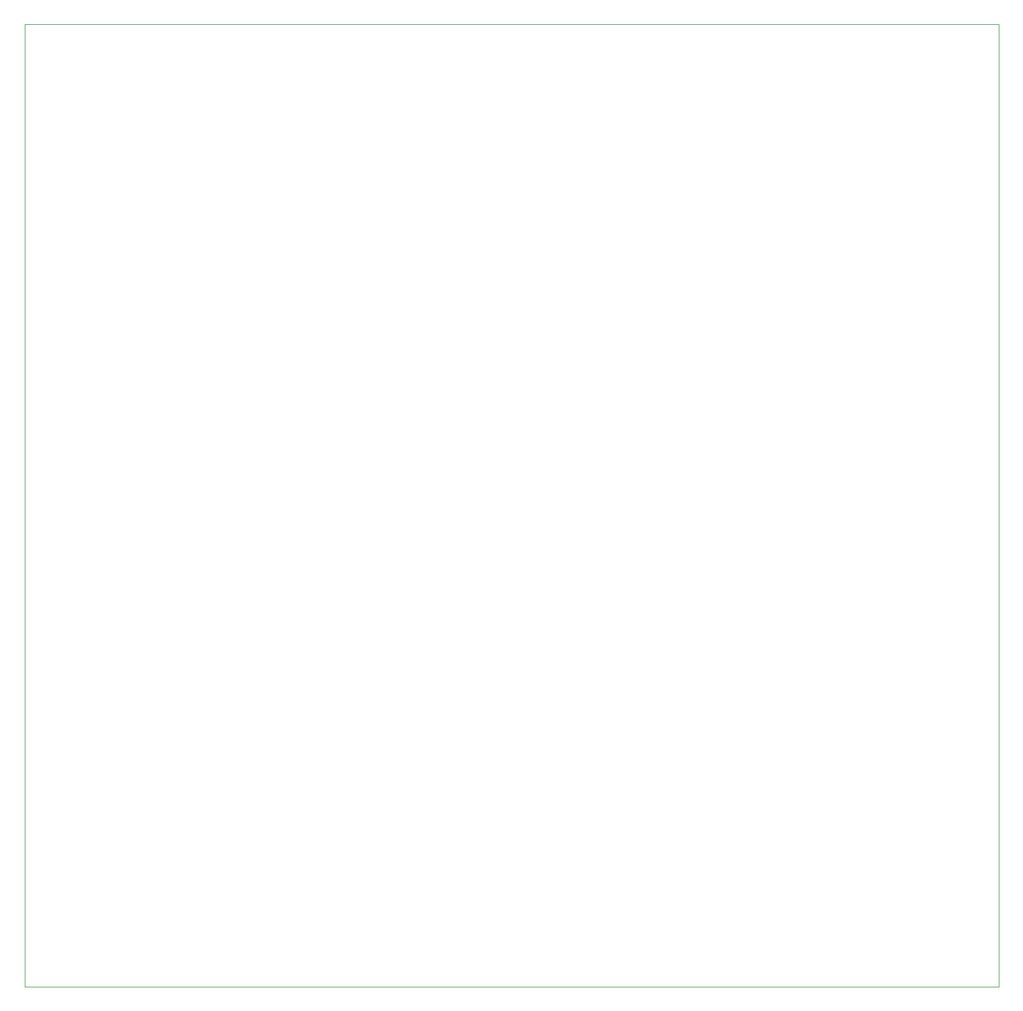
<source format=gbr>
G04 #@! TF.GenerationSoftware,KiCad,Pcbnew,(5.1.4)-1*
G04 #@! TF.CreationDate,2019-12-26T01:30:00-05:00*
G04 #@! TF.ProjectId,SingleBMS,53696e67-6c65-4424-9d53-2e6b69636164,rev?*
G04 #@! TF.SameCoordinates,Original*
G04 #@! TF.FileFunction,Profile,NP*
%FSLAX46Y46*%
G04 Gerber Fmt 4.6, Leading zero omitted, Abs format (unit mm)*
G04 Created by KiCad (PCBNEW (5.1.4)-1) date 2019-12-26 01:30:00*
%MOMM*%
%LPD*%
G04 APERTURE LIST*
%ADD10C,0.050000*%
G04 APERTURE END LIST*
D10*
X132080000Y-149860000D02*
X132080000Y-11938000D01*
X271780000Y-149860000D02*
X132080000Y-149860000D01*
X271780000Y-11938000D02*
X271780000Y-149860000D01*
X132080000Y-11938000D02*
X271780000Y-11938000D01*
M02*

</source>
